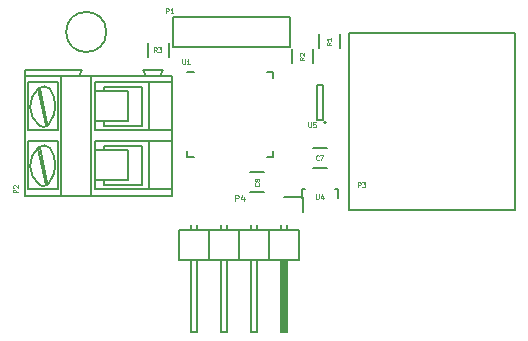
<source format=gbr>
G04 #@! TF.FileFunction,Legend,Top*
%FSLAX46Y46*%
G04 Gerber Fmt 4.6, Leading zero omitted, Abs format (unit mm)*
G04 Created by KiCad (PCBNEW (2016-04-04 BZR 6663, Git 30f5a7a)-product) date 05/05/2016 22:09:38*
%MOMM*%
G01*
G04 APERTURE LIST*
%ADD10C,0.100000*%
%ADD11C,0.150000*%
%ADD12C,0.090000*%
%ADD13C,0.125000*%
G04 APERTURE END LIST*
D10*
D11*
X155009000Y-94038000D02*
X155009000Y-94563000D01*
X147759000Y-101288000D02*
X147759000Y-100763000D01*
X155009000Y-101288000D02*
X155009000Y-100763000D01*
X147759000Y-94038000D02*
X148284000Y-94038000D01*
X147759000Y-101288000D02*
X148284000Y-101288000D01*
X155009000Y-101288000D02*
X154484000Y-101288000D01*
X155009000Y-94038000D02*
X154484000Y-94038000D01*
X142748000Y-103240600D02*
X142748000Y-100700600D01*
X142748000Y-100700600D02*
X139954000Y-100700600D01*
X139954000Y-103240600D02*
X139954000Y-100700600D01*
X142748000Y-103240600D02*
X139954000Y-103240600D01*
X142748000Y-98236800D02*
X142748000Y-95696800D01*
X142748000Y-95696800D02*
X139954000Y-95696800D01*
X139954000Y-98236800D02*
X139954000Y-95696800D01*
X142748000Y-98236800D02*
X139954000Y-98236800D01*
X133985000Y-94376000D02*
X137033000Y-94376000D01*
X133985000Y-94376000D02*
X133985000Y-104561000D01*
X133985000Y-94376000D02*
X133985000Y-93868000D01*
X133985000Y-93868000D02*
X138811000Y-93868000D01*
X138811000Y-93868000D02*
X138557000Y-94376000D01*
X145669000Y-93868000D02*
X145415000Y-94376000D01*
X145415000Y-94376000D02*
X146431000Y-94376000D01*
X144018000Y-93868000D02*
X144272000Y-94376000D01*
X144272000Y-94376000D02*
X145415000Y-94376000D01*
X144018000Y-93868000D02*
X145669000Y-93868000D01*
X146431000Y-98998800D02*
X144526000Y-98998800D01*
X139954000Y-94934800D02*
X144526000Y-94934800D01*
X146431000Y-98998800D02*
X146431000Y-94934800D01*
X146431000Y-94934800D02*
X146431000Y-94376000D01*
X146431000Y-99938600D02*
X144526000Y-99938600D01*
X146431000Y-99938600D02*
X146431000Y-98998800D01*
X139954000Y-104002600D02*
X144526000Y-104002600D01*
X146431000Y-104561000D02*
X146431000Y-104002600D01*
X146431000Y-104002600D02*
X146431000Y-99938600D01*
X144526000Y-98998800D02*
X144526000Y-94934800D01*
X144526000Y-98998800D02*
X139954000Y-98998800D01*
X144526000Y-94934800D02*
X146431000Y-94934800D01*
X144526000Y-99938600D02*
X144526000Y-104002600D01*
X144526000Y-99938600D02*
X139954000Y-99938600D01*
X144526000Y-104002600D02*
X146431000Y-104002600D01*
X143891000Y-95315800D02*
X140716000Y-95315800D01*
X143891000Y-95315800D02*
X143891000Y-98617800D01*
X143891000Y-98617800D02*
X140716000Y-98617800D01*
X143891000Y-100319600D02*
X140716000Y-100319600D01*
X143891000Y-100319600D02*
X143891000Y-103621600D01*
X143891000Y-103621600D02*
X140716000Y-103621600D01*
X140716000Y-103621600D02*
X140716000Y-103240600D01*
X140716000Y-100319600D02*
X140716000Y-100700600D01*
X140716000Y-98617800D02*
X140716000Y-98236800D01*
X140716000Y-95315800D02*
X140716000Y-95696800D01*
X146431000Y-104561000D02*
X139573000Y-104561000D01*
X139573000Y-104561000D02*
X137033000Y-104561000D01*
X138557000Y-94376000D02*
X139573000Y-94376000D01*
X139573000Y-94376000D02*
X144272000Y-94376000D01*
X137033000Y-104561000D02*
X137033000Y-94376000D01*
X137033000Y-104561000D02*
X133985000Y-104561000D01*
X137033000Y-94376000D02*
X138557000Y-94376000D01*
X136779000Y-98998800D02*
X134239000Y-98998800D01*
X134239000Y-98998800D02*
X134239000Y-94934800D01*
X134239000Y-94934800D02*
X136779000Y-94934800D01*
X136779000Y-94934800D02*
X136779000Y-98998800D01*
X136779000Y-99938600D02*
X134239000Y-99938600D01*
X136779000Y-99938600D02*
X136779000Y-104002600D01*
X136779000Y-104002600D02*
X134239000Y-104002600D01*
X134239000Y-99938600D02*
X134239000Y-104002600D01*
X135763000Y-98592400D02*
X135128000Y-95544400D01*
X135890000Y-98465400D02*
X135255000Y-95417400D01*
X135763000Y-103596200D02*
X135128000Y-100545660D01*
X135890000Y-103469200D02*
X135255000Y-100421200D01*
X139954000Y-104002600D02*
X139954000Y-103621600D01*
X139954000Y-99938600D02*
X139954000Y-100319600D01*
X139954000Y-100319600D02*
X139954000Y-103621600D01*
X139573000Y-104561000D02*
X139573000Y-103621600D01*
X139573000Y-103621600D02*
X139573000Y-100319600D01*
X139573000Y-100319600D02*
X139573000Y-98617800D01*
X139573000Y-94376000D02*
X139573000Y-95315800D01*
X139573000Y-95315800D02*
X139573000Y-98617800D01*
X139954000Y-94934800D02*
X139954000Y-95315800D01*
X139954000Y-98998800D02*
X139954000Y-98617800D01*
X139954000Y-98617800D02*
X139954000Y-95315800D01*
X136122570Y-95498028D02*
G75*
G03X135155940Y-95445340I-509430J-452772D01*
G01*
X136042896Y-98440728D02*
G75*
G03X136090660Y-95452960I-1905496J1524728D01*
G01*
X135151156Y-95441589D02*
G75*
G03X135204200Y-98592400I1348444J-1553151D01*
G01*
X135154519Y-98541097D02*
G75*
G03X136080500Y-98399360I407821J431297D01*
G01*
X136125110Y-100501851D02*
G75*
G03X135155940Y-100446600I-511970J-452749D01*
G01*
X136042896Y-103441988D02*
G75*
G03X136090660Y-100454220I-1905496J1524728D01*
G01*
X135146153Y-100439427D02*
G75*
G03X135204200Y-103596200I1353447J-1554033D01*
G01*
X135156981Y-103545520D02*
G75*
G03X136080500Y-103400620I405359J431920D01*
G01*
X160641000Y-90840000D02*
X160641000Y-92040000D01*
X158891000Y-92040000D02*
X158891000Y-90840000D01*
X158355000Y-92110000D02*
X158355000Y-93310000D01*
X156605000Y-93310000D02*
X156605000Y-92110000D01*
X144413000Y-92802000D02*
X144413000Y-91602000D01*
X146163000Y-91602000D02*
X146163000Y-92802000D01*
X159604000Y-102221000D02*
X158404000Y-102221000D01*
X158404000Y-100471000D02*
X159604000Y-100471000D01*
X154270000Y-104253000D02*
X153070000Y-104253000D01*
X153070000Y-102503000D02*
X154270000Y-102503000D01*
X160303160Y-103997760D02*
X160254900Y-103997760D01*
X157504180Y-104698800D02*
X157504180Y-103997760D01*
X157504180Y-103997760D02*
X157753100Y-103997760D01*
X160303160Y-103997760D02*
X160503820Y-103997760D01*
X160503820Y-103997760D02*
X160503820Y-104698800D01*
X159504000Y-98347000D02*
G75*
G03X159504000Y-98347000I-100000J0D01*
G01*
X158754000Y-98097000D02*
X159254000Y-98097000D01*
X158754000Y-95197000D02*
X158754000Y-98097000D01*
X159254000Y-95197000D02*
X158754000Y-95197000D01*
X159254000Y-98097000D02*
X159254000Y-95197000D01*
X140892000Y-90678000D02*
G75*
G03X140892000Y-90678000I-1700000J0D01*
G01*
X157506000Y-104618000D02*
X155956000Y-104618000D01*
X157506000Y-105918000D02*
X157506000Y-104618000D01*
X156083000Y-110109000D02*
X156083000Y-115951000D01*
X156083000Y-115951000D02*
X155829000Y-115951000D01*
X155829000Y-115951000D02*
X155829000Y-110109000D01*
X155829000Y-110109000D02*
X155956000Y-110109000D01*
X155956000Y-110109000D02*
X155956000Y-115951000D01*
X156210000Y-107442000D02*
X156210000Y-107061000D01*
X155702000Y-107442000D02*
X155702000Y-107061000D01*
X153670000Y-107442000D02*
X153670000Y-107061000D01*
X153162000Y-107442000D02*
X153162000Y-107061000D01*
X151130000Y-107442000D02*
X151130000Y-107061000D01*
X150622000Y-107442000D02*
X150622000Y-107061000D01*
X148082000Y-107442000D02*
X148082000Y-107061000D01*
X148590000Y-107442000D02*
X148590000Y-107061000D01*
X157226000Y-107442000D02*
X157226000Y-109982000D01*
X154686000Y-107442000D02*
X154686000Y-109982000D01*
X154686000Y-107442000D02*
X152146000Y-107442000D01*
X152146000Y-107442000D02*
X152146000Y-109982000D01*
X153670000Y-109982000D02*
X153670000Y-116078000D01*
X153670000Y-116078000D02*
X153162000Y-116078000D01*
X153162000Y-116078000D02*
X153162000Y-109982000D01*
X152146000Y-109982000D02*
X154686000Y-109982000D01*
X154686000Y-109982000D02*
X157226000Y-109982000D01*
X155702000Y-116078000D02*
X155702000Y-109982000D01*
X156210000Y-116078000D02*
X155702000Y-116078000D01*
X156210000Y-109982000D02*
X156210000Y-116078000D01*
X154686000Y-107442000D02*
X154686000Y-109982000D01*
X157226000Y-107442000D02*
X154686000Y-107442000D01*
X149606000Y-107442000D02*
X149606000Y-109982000D01*
X149606000Y-107442000D02*
X147066000Y-107442000D01*
X147066000Y-107442000D02*
X147066000Y-109982000D01*
X148590000Y-109982000D02*
X148590000Y-116078000D01*
X148590000Y-116078000D02*
X148082000Y-116078000D01*
X148082000Y-116078000D02*
X148082000Y-109982000D01*
X147066000Y-109982000D02*
X149606000Y-109982000D01*
X149606000Y-109982000D02*
X152146000Y-109982000D01*
X150622000Y-116078000D02*
X150622000Y-109982000D01*
X151130000Y-116078000D02*
X150622000Y-116078000D01*
X151130000Y-109982000D02*
X151130000Y-116078000D01*
X149606000Y-107442000D02*
X149606000Y-109982000D01*
X152146000Y-107442000D02*
X149606000Y-107442000D01*
X152146000Y-107442000D02*
X152146000Y-109982000D01*
X146558000Y-91948000D02*
X146558000Y-89408000D01*
X146558000Y-89408000D02*
X156464000Y-89408000D01*
X156464000Y-89408000D02*
X156464000Y-91948000D01*
X156464000Y-91948000D02*
X146558000Y-91948000D01*
X161414880Y-90804140D02*
X175511880Y-90804140D01*
X175511880Y-105790140D02*
X161414880Y-105790140D01*
X161414880Y-90804140D02*
X161414880Y-105790140D01*
X175511880Y-90804140D02*
X175511880Y-105790140D01*
D12*
X147337738Y-92998952D02*
X147337738Y-93322761D01*
X147356785Y-93360857D01*
X147375833Y-93379904D01*
X147413928Y-93398952D01*
X147490119Y-93398952D01*
X147528214Y-93379904D01*
X147547261Y-93360857D01*
X147566309Y-93322761D01*
X147566309Y-92998952D01*
X147966309Y-93398952D02*
X147737738Y-93398952D01*
X147852023Y-93398952D02*
X147852023Y-92998952D01*
X147813928Y-93056095D01*
X147775833Y-93094190D01*
X147737738Y-93113238D01*
X133403952Y-104254738D02*
X133003952Y-104254738D01*
X133003952Y-104102357D01*
X133023000Y-104064261D01*
X133042047Y-104045214D01*
X133080142Y-104026166D01*
X133137285Y-104026166D01*
X133175380Y-104045214D01*
X133194428Y-104064261D01*
X133213476Y-104102357D01*
X133213476Y-104254738D01*
X133042047Y-103873785D02*
X133023000Y-103854738D01*
X133003952Y-103816642D01*
X133003952Y-103721404D01*
X133023000Y-103683309D01*
X133042047Y-103664261D01*
X133080142Y-103645214D01*
X133118238Y-103645214D01*
X133175380Y-103664261D01*
X133403952Y-103892833D01*
X133403952Y-103645214D01*
X159946952Y-91565166D02*
X159756476Y-91698500D01*
X159946952Y-91793738D02*
X159546952Y-91793738D01*
X159546952Y-91641357D01*
X159566000Y-91603261D01*
X159585047Y-91584214D01*
X159623142Y-91565166D01*
X159680285Y-91565166D01*
X159718380Y-91584214D01*
X159737428Y-91603261D01*
X159756476Y-91641357D01*
X159756476Y-91793738D01*
X159946952Y-91184214D02*
X159946952Y-91412785D01*
X159946952Y-91298500D02*
X159546952Y-91298500D01*
X159604095Y-91336595D01*
X159642190Y-91374690D01*
X159661238Y-91412785D01*
X157660952Y-92835166D02*
X157470476Y-92968500D01*
X157660952Y-93063738D02*
X157260952Y-93063738D01*
X157260952Y-92911357D01*
X157280000Y-92873261D01*
X157299047Y-92854214D01*
X157337142Y-92835166D01*
X157394285Y-92835166D01*
X157432380Y-92854214D01*
X157451428Y-92873261D01*
X157470476Y-92911357D01*
X157470476Y-93063738D01*
X157299047Y-92682785D02*
X157280000Y-92663738D01*
X157260952Y-92625642D01*
X157260952Y-92530404D01*
X157280000Y-92492309D01*
X157299047Y-92473261D01*
X157337142Y-92454214D01*
X157375238Y-92454214D01*
X157432380Y-92473261D01*
X157660952Y-92701833D01*
X157660952Y-92454214D01*
X145162833Y-92382952D02*
X145029500Y-92192476D01*
X144934261Y-92382952D02*
X144934261Y-91982952D01*
X145086642Y-91982952D01*
X145124738Y-92002000D01*
X145143785Y-92021047D01*
X145162833Y-92059142D01*
X145162833Y-92116285D01*
X145143785Y-92154380D01*
X145124738Y-92173428D01*
X145086642Y-92192476D01*
X144934261Y-92192476D01*
X145296166Y-91982952D02*
X145543785Y-91982952D01*
X145410452Y-92135333D01*
X145467595Y-92135333D01*
X145505690Y-92154380D01*
X145524738Y-92173428D01*
X145543785Y-92211523D01*
X145543785Y-92306761D01*
X145524738Y-92344857D01*
X145505690Y-92363904D01*
X145467595Y-92382952D01*
X145353309Y-92382952D01*
X145315214Y-92363904D01*
X145296166Y-92344857D01*
X158878833Y-101488857D02*
X158859785Y-101507904D01*
X158802642Y-101526952D01*
X158764547Y-101526952D01*
X158707404Y-101507904D01*
X158669309Y-101469809D01*
X158650261Y-101431714D01*
X158631214Y-101355523D01*
X158631214Y-101298380D01*
X158650261Y-101222190D01*
X158669309Y-101184095D01*
X158707404Y-101146000D01*
X158764547Y-101126952D01*
X158802642Y-101126952D01*
X158859785Y-101146000D01*
X158878833Y-101165047D01*
X159012166Y-101126952D02*
X159278833Y-101126952D01*
X159107404Y-101526952D01*
X153812857Y-103503166D02*
X153831904Y-103522214D01*
X153850952Y-103579357D01*
X153850952Y-103617452D01*
X153831904Y-103674595D01*
X153793809Y-103712690D01*
X153755714Y-103731738D01*
X153679523Y-103750785D01*
X153622380Y-103750785D01*
X153546190Y-103731738D01*
X153508095Y-103712690D01*
X153470000Y-103674595D01*
X153450952Y-103617452D01*
X153450952Y-103579357D01*
X153470000Y-103522214D01*
X153489047Y-103503166D01*
X153622380Y-103274595D02*
X153603333Y-103312690D01*
X153584285Y-103331738D01*
X153546190Y-103350785D01*
X153527142Y-103350785D01*
X153489047Y-103331738D01*
X153470000Y-103312690D01*
X153450952Y-103274595D01*
X153450952Y-103198404D01*
X153470000Y-103160309D01*
X153489047Y-103141261D01*
X153527142Y-103122214D01*
X153546190Y-103122214D01*
X153584285Y-103141261D01*
X153603333Y-103160309D01*
X153622380Y-103198404D01*
X153622380Y-103274595D01*
X153641428Y-103312690D01*
X153660476Y-103331738D01*
X153698571Y-103350785D01*
X153774761Y-103350785D01*
X153812857Y-103331738D01*
X153831904Y-103312690D01*
X153850952Y-103274595D01*
X153850952Y-103198404D01*
X153831904Y-103160309D01*
X153812857Y-103141261D01*
X153774761Y-103122214D01*
X153698571Y-103122214D01*
X153660476Y-103141261D01*
X153641428Y-103160309D01*
X153622380Y-103198404D01*
X158640738Y-104428952D02*
X158640738Y-104752761D01*
X158659785Y-104790857D01*
X158678833Y-104809904D01*
X158716928Y-104828952D01*
X158793119Y-104828952D01*
X158831214Y-104809904D01*
X158850261Y-104790857D01*
X158869309Y-104752761D01*
X158869309Y-104428952D01*
X159231214Y-104562285D02*
X159231214Y-104828952D01*
X159135976Y-104409904D02*
X159040738Y-104695619D01*
X159288357Y-104695619D01*
X158005738Y-98332952D02*
X158005738Y-98656761D01*
X158024785Y-98694857D01*
X158043833Y-98713904D01*
X158081928Y-98732952D01*
X158158119Y-98732952D01*
X158196214Y-98713904D01*
X158215261Y-98694857D01*
X158234309Y-98656761D01*
X158234309Y-98332952D01*
X158615261Y-98332952D02*
X158424785Y-98332952D01*
X158405738Y-98523428D01*
X158424785Y-98504380D01*
X158462880Y-98485333D01*
X158558119Y-98485333D01*
X158596214Y-98504380D01*
X158615261Y-98523428D01*
X158634309Y-98561523D01*
X158634309Y-98656761D01*
X158615261Y-98694857D01*
X158596214Y-98713904D01*
X158558119Y-98732952D01*
X158462880Y-98732952D01*
X158424785Y-98713904D01*
X158405738Y-98694857D01*
D13*
X151822702Y-105001190D02*
X151822702Y-104501190D01*
X152013178Y-104501190D01*
X152060797Y-104525000D01*
X152084607Y-104548809D01*
X152108416Y-104596428D01*
X152108416Y-104667857D01*
X152084607Y-104715476D01*
X152060797Y-104739285D01*
X152013178Y-104763095D01*
X151822702Y-104763095D01*
X152536988Y-104667857D02*
X152536988Y-105001190D01*
X152417940Y-104477380D02*
X152298892Y-104834523D01*
X152608416Y-104834523D01*
D12*
X145950261Y-89080952D02*
X145950261Y-88680952D01*
X146102642Y-88680952D01*
X146140738Y-88700000D01*
X146159785Y-88719047D01*
X146178833Y-88757142D01*
X146178833Y-88814285D01*
X146159785Y-88852380D01*
X146140738Y-88871428D01*
X146102642Y-88890476D01*
X145950261Y-88890476D01*
X146559785Y-89080952D02*
X146331214Y-89080952D01*
X146445500Y-89080952D02*
X146445500Y-88680952D01*
X146407404Y-88738095D01*
X146369309Y-88776190D01*
X146331214Y-88795238D01*
X162206261Y-103812952D02*
X162206261Y-103412952D01*
X162358642Y-103412952D01*
X162396738Y-103432000D01*
X162415785Y-103451047D01*
X162434833Y-103489142D01*
X162434833Y-103546285D01*
X162415785Y-103584380D01*
X162396738Y-103603428D01*
X162358642Y-103622476D01*
X162206261Y-103622476D01*
X162568166Y-103412952D02*
X162815785Y-103412952D01*
X162682452Y-103565333D01*
X162739595Y-103565333D01*
X162777690Y-103584380D01*
X162796738Y-103603428D01*
X162815785Y-103641523D01*
X162815785Y-103736761D01*
X162796738Y-103774857D01*
X162777690Y-103793904D01*
X162739595Y-103812952D01*
X162625309Y-103812952D01*
X162587214Y-103793904D01*
X162568166Y-103774857D01*
M02*

</source>
